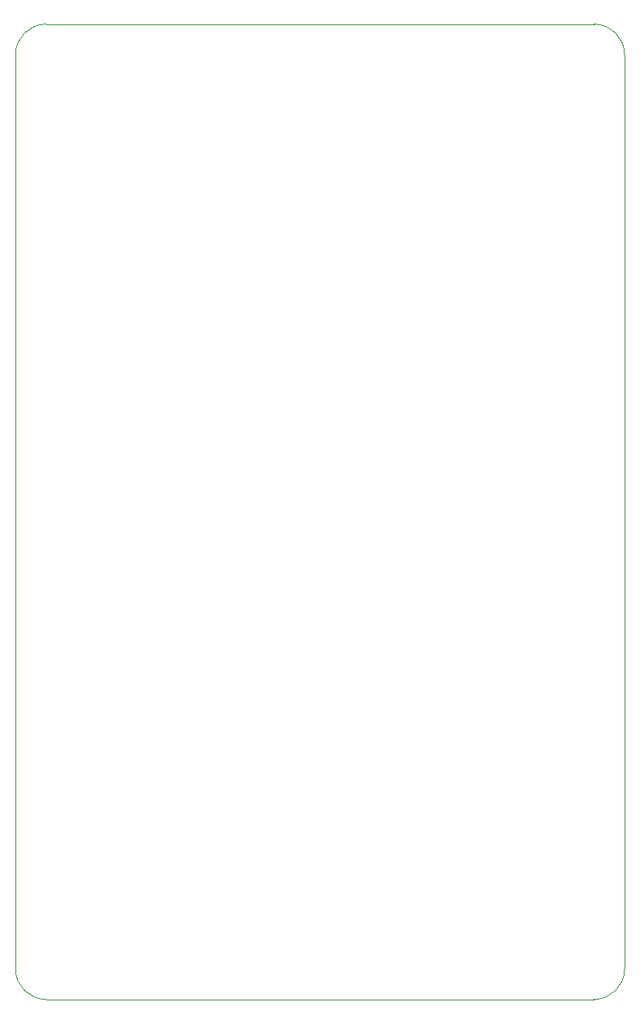
<source format=gm1>
%TF.GenerationSoftware,KiCad,Pcbnew,(5.1.9)-1*%
%TF.CreationDate,2021-03-01T21:33:36-08:00*%
%TF.ProjectId,numpad,6e756d70-6164-42e6-9b69-6361645f7063,rev?*%
%TF.SameCoordinates,Original*%
%TF.FileFunction,Profile,NP*%
%FSLAX46Y46*%
G04 Gerber Fmt 4.6, Leading zero omitted, Abs format (unit mm)*
G04 Created by KiCad (PCBNEW (5.1.9)-1) date 2021-03-01 21:33:36*
%MOMM*%
%LPD*%
G01*
G04 APERTURE LIST*
%TA.AperFunction,Profile*%
%ADD10C,0.050000*%
%TD*%
G04 APERTURE END LIST*
D10*
X253269750Y-38893750D02*
G75*
G02*
X256444750Y-42068750I0J-3175000D01*
G01*
X192944750Y-42068750D02*
G75*
G02*
X196119750Y-38893750I3175000J0D01*
G01*
X196119750Y-140493750D02*
G75*
G02*
X192944750Y-137318750I0J3175000D01*
G01*
X256444750Y-137318750D02*
G75*
G02*
X253269750Y-140493750I-3175000J0D01*
G01*
X256444750Y-137318750D02*
X256444750Y-42068750D01*
X196119750Y-140493750D02*
X253269750Y-140493750D01*
X192944750Y-42068750D02*
X192944750Y-137318750D01*
X253269750Y-38893750D02*
X196119750Y-38893750D01*
M02*

</source>
